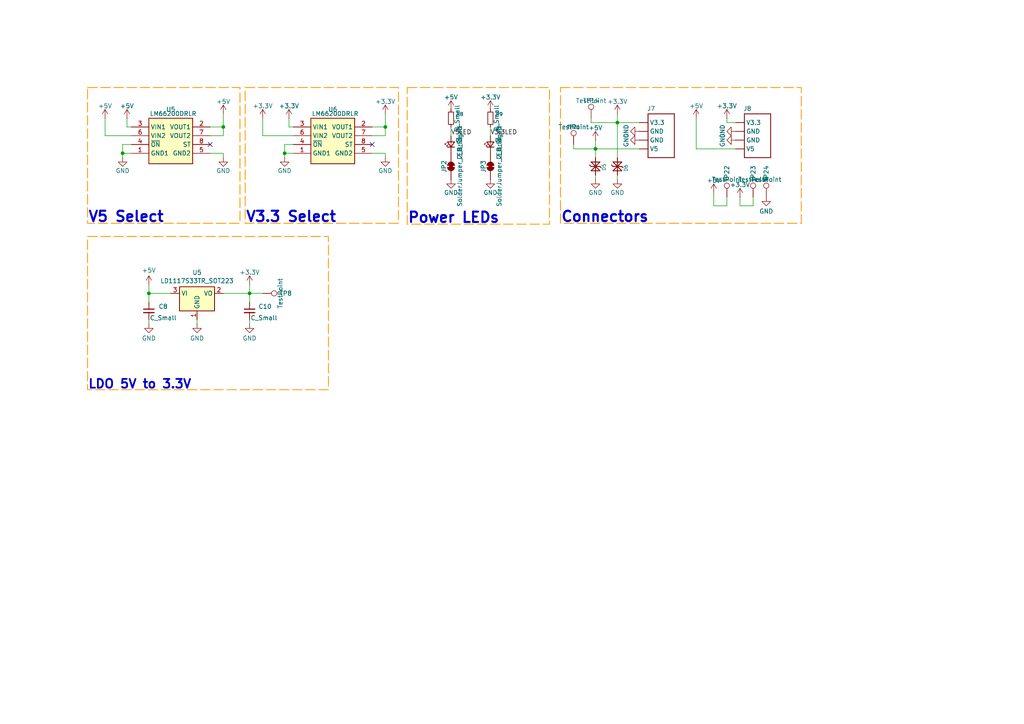
<source format=kicad_sch>
(kicad_sch (version 20250114) (generator "eeschema") (generator_version "9.0")
  (paper "A4")
  (title_block (title "Relay Module") (date "2025-03-22") (rev "1.0") (company "CRG Makes") (comment 1 "Aquarius"))
  (lib_symbols
    (symbol "CRGM Connector:AQ_POWER"
      (property "Reference" "J" (at 0 2.794 0))
      (symbol "AQ_POWER_1_0"
        (polyline (pts (xy 0 2.54) (xy 7.62 2.54)) (stroke (width 0.254)))
        (polyline (pts (xy 0 -10.16) (xy 0 2.54)) (stroke (width 0.254)))
        (polyline (pts (xy 7.62 2.54) (xy 7.62 -10.16)) (stroke (width 0.254)))
        (polyline (pts (xy 7.62 -10.16) (xy 0 -10.16)) (stroke (width 0.254)))
        (pin power_out line (at -2.54 0 0) (length 2.54) (name "V3.3") (number "4"))
        (pin passive line (at -2.54 -2.54 0) (length 2.54) (name "GND") (number "3"))
        (pin passive line (at -2.54 -5.08 0) (length 2.54) (name "GND") (number "2"))
        (pin power_out line (at -2.54 -7.62 0) (length 2.54) (name "V5") (number "1"))
      )
    )
    (symbol "CRGM Passive:PESD3V3S1BL"
      (property "Reference" "D" (at -1.524 1.524 0))
      (symbol "PESD3V3S1BL_1_0"
        (polyline (pts (xy -2.54 0) (xy 2.54 0)) (stroke (width 0.254)))
        (polyline (pts (xy -1.27 1.27) (xy -0.0101 0.0101)) (stroke (width 0.254)))
        (polyline (pts (xy -1.27 -1.27) (xy -1.27 1.27)) (stroke (width 0.254)))
        (polyline (pts (xy -0.3445 -1.6043) (xy -0.3573 -1.6043)) (stroke (width 0.254)))
        (polyline (pts (xy -0.0101 1.2955) (xy -0.0101 -1.27)) (stroke (width 0.254)))
        (polyline (pts (xy -0.0101 1.2955) (xy 0.3778 1.6835)) (stroke (width 0.254)))
        (polyline (pts (xy -0.0101 0.0101) (xy -0.0101 -0.0101)) (stroke (width 0.254)))
        (polyline (pts (xy -0.0101 -0.0101) (xy -1.27 -1.27)) (stroke (width 0.254)))
        (polyline (pts (xy -0.0101 -1.27) (xy -0.3445 -1.6043)) (stroke (width 0.254)))
        (polyline (pts (xy 0.0101 0.0101) (xy 0.0101 -0.0101)) (stroke (width 0.254)))
        (polyline (pts (xy 0.0101 -0.0101) (xy 1.27 -1.27)) (stroke (width 0.254)))
        (polyline (pts (xy 0.3778 1.6835) (xy 0.3981 1.6835)) (stroke (width 0.254)))
        (polyline (pts (xy 1.27 1.27) (xy 0.0101 0.0101)) (stroke (width 0.254)))
        (polyline (pts (xy 1.27 -1.27) (xy 1.27 1.27)) (stroke (width 0.254)))
        (pin passive line (at -2.54 0 0) (length 0) (name "K1") (number "1"))
        (pin passive line (at 2.54 0 180) (length 0) (name "K2") (number "2"))
      )
    )
    (symbol "CRGM Passive:PESD5V5C1BLYL"
      (property "Reference" "D" (at -1.524 1.524 0))
      (symbol "PESD5V5C1BLYL_1_0"
        (polyline (pts (xy -2.54 0) (xy 2.54 0)) (stroke (width 0.254)))
        (polyline (pts (xy -1.27 1.27) (xy -0.0101 0.0101)) (stroke (width 0.254)))
        (polyline (pts (xy -1.27 -1.27) (xy -1.27 1.27)) (stroke (width 0.254)))
        (polyline (pts (xy -0.3445 -1.6043) (xy -0.3573 -1.6043)) (stroke (width 0.254)))
        (polyline (pts (xy -0.0101 1.2955) (xy -0.0101 -1.27)) (stroke (width 0.254)))
        (polyline (pts (xy -0.0101 1.2955) (xy 0.3778 1.6835)) (stroke (width 0.254)))
        (polyline (pts (xy -0.0101 0.0101) (xy -0.0101 -0.0101)) (stroke (width 0.254)))
        (polyline (pts (xy -0.0101 -0.0101) (xy -1.27 -1.27)) (stroke (width 0.254)))
        (polyline (pts (xy -0.0101 -1.27) (xy -0.3445 -1.6043)) (stroke (width 0.254)))
        (polyline (pts (xy 0.0101 0.0101) (xy 0.0101 -0.0101)) (stroke (width 0.254)))
        (polyline (pts (xy 0.0101 -0.0101) (xy 1.27 -1.27)) (stroke (width 0.254)))
        (polyline (pts (xy 0.3778 1.6835) (xy 0.3981 1.6835)) (stroke (width 0.254)))
        (polyline (pts (xy 1.27 1.27) (xy 0.0101 0.0101)) (stroke (width 0.254)))
        (polyline (pts (xy 1.27 -1.27) (xy 1.27 1.27)) (stroke (width 0.254)))
        (pin passive line (at -2.54 0 0) (length 0) (name "K1") (number "1"))
        (pin passive line (at 2.54 0 180) (length 0) (name "K2") (number "2"))
      )
    )
    (symbol "CRGM Power:LM66200DRLR"
      (property "Reference" "U" (at -6.096 10.922 0))
      (property "Value" "LM66200DRLR" (at -6.096 8.382 0))
      (symbol "LM66200DRLR_1_1"
        (rectangle (start -6.35 6.35) (end 6.35 -6.858) (stroke (width 0.254)) (fill (type background)))
        (pin passive line (at -11.43 3.81 0) (length 5.08) (name "VIN1") (number "3"))
        (pin passive line (at -11.43 1.27 0) (length 5.08) (name "VIN2") (number "6"))
        (pin passive line (at -11.43 -1.27 0) (length 5.08) (name "~{ON}") (number "4"))
        (pin passive line (at -11.43 -3.81 0) (length 5.08) (name "GND1") (number "1"))
        (pin power_out line (at 11.43 3.81 180) (length 5.08) (name "VOUT1") (number "2"))
        (pin power_out line (at 11.43 1.27 180) (length 5.08) (name "VOUT2") (number "7"))
        (pin passive line (at 11.43 -1.27 180) (length 5.08) (name "ST") (number "8"))
        (pin passive line (at 11.43 -3.81 180) (length 5.08) (name "GND2") (number "5"))
      )
    )
    (symbol "Connector:TestPoint" (pin_numbers (hide yes)) (pin_names (offset 0.762) (hide yes))
      (property "Reference" "TP" (at 0 6.858 0))
      (property "Value" "TestPoint" (at 0 5.08 0))
      (symbol "TestPoint_0_1"
        (circle (center 0 3.302) (radius 0.762))
      )
      (symbol "TestPoint_1_1"
        (pin passive line (at 0 0 90) (length 2.54) (name "1") (number "1"))
      )
    )
    (symbol "Device:C_Small" (pin_numbers (hide yes)) (pin_names (offset 0.254) (hide yes))
      (property "Reference" "C" (at 0.254 1.778 0))
      (property "Value" "C_Small" (at 0.254 -2.032 0))
      (symbol "C_Small_0_1"
        (polyline (pts (xy -1.524 0.508) (xy 1.524 0.508)) (stroke (width 0.3048)))
        (polyline (pts (xy -1.524 -0.508) (xy 1.524 -0.508)) (stroke (width 0.3302)))
      )
      (symbol "C_Small_1_1"
        (pin passive line (at 0 2.54 270) (length 2.032) (name "~") (number "1"))
        (pin passive line (at 0 -2.54 90) (length 2.032) (name "~") (number "2"))
      )
    )
    (symbol "Device:LED_Small" (pin_numbers (hide yes)) (pin_names (offset 0.254) (hide yes))
      (property "Reference" "D" (at -1.27 3.175 0))
      (property "Value" "LED_Small" (at -4.445 -2.54 0))
      (symbol "LED_Small_0_1"
        (polyline (pts (xy -0.762 -1.016) (xy -0.762 1.016)) (stroke (width 0.254)))
        (polyline (pts (xy 0 0.762) (xy -0.508 1.27) (xy -0.254 1.27) (xy -0.508 1.27) (xy -0.508 1.016)))
        (polyline (pts (xy 0.508 1.27) (xy 0 1.778) (xy 0.254 1.778) (xy 0 1.778) (xy 0 1.524)))
        (polyline (pts (xy 0.762 -1.016) (xy -0.762 0) (xy 0.762 1.016) (xy 0.762 -1.016)) (stroke (width 0.254)))
        (polyline (pts (xy 1.016 0) (xy -0.762 0)))
      )
      (symbol "LED_Small_1_1"
        (pin passive line (at -2.54 0 0) (length 1.778) (name "K") (number "1"))
        (pin passive line (at 2.54 0 180) (length 1.778) (name "A") (number "2"))
      )
    )
    (symbol "Device:R_Small" (pin_numbers (hide yes)) (pin_names (offset 0.254) (hide yes))
      (property "Reference" "R" (at 0 0 90))
      (property "Value" "R_Small" (at 1.778 0 90))
      (symbol "R_Small_0_1"
        (rectangle (start -0.762 1.778) (end 0.762 -1.778) (stroke (width 0.2032)))
      )
      (symbol "R_Small_1_1"
        (pin passive line (at 0 2.54 270) (length 0.762) (name "~") (number "1"))
        (pin passive line (at 0 -2.54 90) (length 0.762) (name "~") (number "2"))
      )
    )
    (symbol "Jumper:SolderJumper_2_Bridged" (pin_numbers (hide yes)) (pin_names (offset 0) (hide yes)) (in_bom no)
      (property "Reference" "JP" (at 0 2.032 0))
      (property "Value" "SolderJumper_2_Bridged" (at 0 -2.54 0))
      (symbol "SolderJumper_2_Bridged_0_1"
        (rectangle (start -0.508 0.508) (end 0.508 -0.508) (fill (type outline)))
        (polyline (pts (xy -0.254 1.016) (xy -0.254 -1.016)))
        (arc (start -0.254 -1.016) (mid -1.2656 0) (end -0.254 1.016))
        (arc (start -0.254 -1.016) (mid -1.2656 0) (end -0.254 1.016) (fill (type outline)))
        (arc (start 0.254 1.016) (mid 1.2656 0) (end 0.254 -1.016))
        (arc (start 0.254 1.016) (mid 1.2656 0) (end 0.254 -1.016) (fill (type outline)))
        (polyline (pts (xy 0.254 1.016) (xy 0.254 -1.016)))
      )
      (symbol "SolderJumper_2_Bridged_1_1"
        (pin passive line (at -3.81 0 0) (length 2.54) (name "A") (number "1"))
        (pin passive line (at 3.81 0 180) (length 2.54) (name "B") (number "2"))
      )
    )
    (symbol "Regulator_Linear:LD1117S33TR_SOT223"
      (property "Reference" "U" (at -3.81 3.175 0))
      (property "Value" "LD1117S33TR_SOT223" (at 0 3.175 0))
      (symbol "LD1117S33TR_SOT223_0_1"
        (rectangle (start -5.08 -5.08) (end 5.08 1.905) (stroke (width 0.254)) (fill (type background)))
      )
      (symbol "LD1117S33TR_SOT223_1_1"
        (pin power_in line (at -7.62 0 0) (length 2.54) (name "VI") (number "3"))
        (pin power_in line (at 0 -7.62 90) (length 2.54) (name "GND") (number "1"))
        (pin power_out line (at 7.62 0 180) (length 2.54) (name "VO") (number "2"))
      )
    )
    (symbol "power:+3.3V" (power) (pin_numbers (hide yes)) (pin_names (offset 0) (hide yes))
      (property "Value" "+3.3V" (at 0 3.556 0))
      (symbol "+3.3V_0_1"
        (polyline (pts (xy -0.762 1.27) (xy 0 2.54)))
        (polyline (pts (xy 0 2.54) (xy 0.762 1.27)))
        (polyline (pts (xy 0 0) (xy 0 2.54)))
      )
      (symbol "+3.3V_1_1"
        (pin power_in line (at 0 0 90) (length 0) (name "~") (number "1"))
      )
    )
    (symbol "power:+5V" (power) (pin_numbers (hide yes)) (pin_names (offset 0) (hide yes))
      (property "Value" "+5V" (at 0 3.556 0))
      (symbol "+5V_0_1"
        (polyline (pts (xy -0.762 1.27) (xy 0 2.54)))
        (polyline (pts (xy 0 2.54) (xy 0.762 1.27)))
        (polyline (pts (xy 0 0) (xy 0 2.54)))
      )
      (symbol "+5V_1_1"
        (pin power_in line (at 0 0 90) (length 0) (name "~") (number "1"))
      )
    )
    (symbol "power:GND" (power) (pin_numbers (hide yes)) (pin_names (offset 0) (hide yes))
      (property "Value" "GND" (at 0 -3.81 0))
      (symbol "GND_0_1"
        (polyline (pts (xy 0 0) (xy 0 -1.27) (xy 1.27 -1.27) (xy 0 -2.54) (xy -1.27 -1.27) (xy 0 -1.27)))
      )
      (symbol "GND_1_1"
        (pin power_in line (at 0 0 270) (length 0) (name "~") (number "1"))
      )
    )
  )
  (rectangle (start 118.11 25.4) (end 159.385 65.024) (stroke (width 0.254) (type dash) (color 255 153 0 1)))
  (rectangle (start 162.56 25.4) (end 232.41 64.77) (stroke (width 0.254) (type dash) (color 255 153 0 1)))
  (rectangle (start 25.4 68.58) (end 95.25 113.03) (stroke (width 0.254) (type dash) (color 255 153 0 1)))
  (rectangle (start 71.12 25.4) (end 115.57 64.77) (stroke (width 0.254) (type dash) (color 255 153 0 1)))
  (rectangle (start 25.4 25.4) (end 69.596 64.77) (stroke (width 0.254) (type dash) (color 255 153 0 1)))
  (text "Connectors" (at 162.56 64.77 0) (effects (font (size 3 3) (thickness 0.6) (bold yes)) (justify left bottom)))
  (text "Power LEDs" (at 118.11 65.024 0) (effects (font (size 3 3) (thickness 0.6) (bold yes)) (justify left bottom)))
  (text "V3.3 Select" (at 71.12 64.77 0) (effects (font (size 3 3) (thickness 0.6) (bold yes)) (justify left bottom)))
  (text "V5 Select" (at 25.4 64.77 0) (effects (font (size 3 3) (thickness 0.6) (bold yes)) (justify left bottom)))
  (text "LDO 5V to 3.3V" (at 25.4 113.03 0) (effects (font (size 2.54 2.54) (thickness 0.508) (bold yes)) (justify left bottom)))
  (junction (at 35.56 44.45))
  (junction (at 179.07 35.56))
  (junction (at 43.18 85.09))
  (junction (at 111.76 36.83))
  (junction (at 82.55 44.45))
  (junction (at 172.72 43.18))
  (junction (at 64.77 36.83))
  (junction (at 72.39 85.09))
  (no_connect (at 107.95 41.91))
  (no_connect (at 60.96 41.91))
  (wire (pts (xy 85.09 36.83) (xy 83.82 36.83)))
  (wire (pts (xy 72.39 92.71) (xy 72.39 93.98)))
  (wire (pts (xy 64.77 39.37) (xy 64.77 36.83)))
  (wire (pts (xy 111.76 44.45) (xy 111.76 45.72)))
  (wire (pts (xy 172.72 50.8) (xy 172.72 52.07)))
  (wire (pts (xy 210.82 59.69) (xy 210.82 57.15)))
  (wire (pts (xy 60.96 44.45) (xy 64.77 44.45)))
  (wire (pts (xy 43.18 85.09) (xy 43.18 82.55)))
  (wire (pts (xy 60.96 36.83) (xy 64.77 36.83)))
  (wire (pts (xy 57.15 92.71) (xy 57.15 93.98)))
  (wire (pts (xy 111.76 39.37) (xy 111.76 36.83)))
  (wire (pts (xy 38.1 36.83) (xy 36.83 36.83)))
  (wire (pts (xy 179.07 52.07) (xy 179.07 50.8)))
  (wire (pts (xy 107.95 36.83) (xy 111.76 36.83)))
  (wire (pts (xy 64.77 33.02) (xy 64.77 36.83)))
  (wire (pts (xy 107.95 44.45) (xy 111.76 44.45)))
  (wire (pts (xy 179.07 35.56) (xy 179.07 45.72)))
  (wire (pts (xy 38.1 39.37) (xy 30.48 39.37)))
  (wire (pts (xy 207.01 59.69) (xy 207.01 55.88)))
  (wire (pts (xy 85.09 44.45) (xy 82.55 44.45)))
  (wire (pts (xy 171.45 34.29) (xy 171.45 35.56)))
  (wire (pts (xy 172.72 43.18) (xy 185.42 43.18)))
  (wire (pts (xy 85.09 39.37) (xy 76.2 39.37)))
  (wire (pts (xy 214.63 57.15) (xy 214.63 59.69)))
  (wire (pts (xy 82.55 41.91) (xy 82.55 44.45)))
  (wire (pts (xy 179.07 35.56) (xy 179.07 33.02)))
  (wire (pts (xy 166.37 41.91) (xy 166.37 43.18)))
  (wire (pts (xy 210.82 35.56) (xy 210.82 34.29)))
  (wire (pts (xy 60.96 39.37) (xy 64.77 39.37)))
  (wire (pts (xy 43.18 85.09) (xy 43.18 87.63)))
  (wire (pts (xy 38.1 44.45) (xy 35.56 44.45)))
  (wire (pts (xy 111.76 33.02) (xy 111.76 36.83)))
  (wire (pts (xy 207.01 59.69) (xy 210.82 59.69)))
  (wire (pts (xy 213.36 43.18) (xy 201.93 43.18)))
  (wire (pts (xy 201.93 43.18) (xy 201.93 34.29)))
  (wire (pts (xy 30.48 39.37) (xy 30.48 34.29)))
  (wire (pts (xy 72.39 82.55) (xy 72.39 85.09)))
  (wire (pts (xy 172.72 43.18) (xy 172.72 45.72)))
  (wire (pts (xy 72.39 85.09) (xy 76.2 85.09)))
  (wire (pts (xy 35.56 41.91) (xy 35.56 44.45)))
  (wire (pts (xy 172.72 40.64) (xy 172.72 43.18)))
  (wire (pts (xy 43.18 85.09) (xy 49.53 85.09)))
  (wire (pts (xy 64.77 85.09) (xy 72.39 85.09)))
  (wire (pts (xy 76.2 39.37) (xy 76.2 34.29)))
  (wire (pts (xy 130.81 36.83) (xy 130.81 39.37)))
  (wire (pts (xy 218.44 57.15) (xy 218.44 59.69)))
  (wire (pts (xy 36.83 36.83) (xy 36.83 34.29)))
  (wire (pts (xy 142.24 36.83) (xy 142.24 39.37)))
  (wire (pts (xy 82.55 44.45) (xy 82.55 45.72)))
  (wire (pts (xy 85.09 41.91) (xy 82.55 41.91)))
  (wire (pts (xy 218.44 59.69) (xy 214.63 59.69)))
  (wire (pts (xy 166.37 43.18) (xy 172.72 43.18)))
  (wire (pts (xy 38.1 41.91) (xy 35.56 41.91)))
  (wire (pts (xy 35.56 44.45) (xy 35.56 45.72)))
  (wire (pts (xy 171.45 35.56) (xy 179.07 35.56)))
  (wire (pts (xy 83.82 36.83) (xy 83.82 34.29)))
  (wire (pts (xy 107.95 39.37) (xy 111.76 39.37)))
  (wire (pts (xy 64.77 44.45) (xy 64.77 45.72)))
  (wire (pts (xy 72.39 85.09) (xy 72.39 87.63)))
  (wire (pts (xy 213.36 35.56) (xy 210.82 35.56)))
  (wire (pts (xy 43.18 92.71) (xy 43.18 93.98)))
  (wire (pts (xy 179.07 35.56) (xy 185.42 35.56)))
  (label "V5LED" (at 130.81 39.37 0))
  (label "V3.3LED" (at 142.24 39.37 0))
  (symbol (lib_id "power:GND") (at 142.24 52.07 0) (unit 1)
    (property "Reference" "#PWR071" (effects (hide yes)))
    (property "Value" "GND" (at 142.24 55.88 0))
    (property "Description" "Power symbol creates a global label with name \"GND\" , ground" (effects (hide yes)))
  )
  (symbol (lib_id "power:GND") (at 64.77 45.72 0) (unit 1)
    (property "Reference" "#PWR067" (effects (hide yes)))
    (property "Value" "GND" (at 64.77 49.53 0))
    (property "Description" "Power symbol creates a global label with name \"GND\" , ground" (effects (hide yes)))
  )
  (symbol (lib_id "power:GND") (at 57.15 93.98 0) (unit 1)
    (property "Reference" "#PWR075" (effects (hide yes)))
    (property "Value" "GND" (at 57.15 98.1131 0))
    (property "Description" "Power symbol creates a global label with name \"GND\" , ground" (effects (hide yes)))
    (instances (project "power-module" (path "" (reference "#PWR030") (unit 1)) (path "" (reference "#PWR075") (unit 1))))
  )
  (symbol (lib_id "Device:R_Small") (at 142.24 34.29 0) (unit 1)
    (property "Reference" "R9" (at 143.7386 33.1216 0) (effects (font (size 1 1)) (justify left)))
    (property "Value" "R_Small" (at 144.018 34.29 90))
    (property "Description" "Resistor, small symbol" (effects (hide yes)))
  )
  (symbol (lib_id "power:+3.3V") (at 72.39 82.55 0) (unit 1)
    (property "Reference" "#PWR073" (effects (hide yes)))
    (property "Value" "+3.3V" (at 72.39 78.994 0))
    (property "Description" "Power symbol creates a global label with name \"+3.3V\"" (effects (hide yes)))
  )
  (symbol (lib_id "Connector:TestPoint") (at 76.2 85.09 270) (unit 1)
    (property "Reference" "TP25" (at 81.026 85.09 90) (effects (justify left)))
    (property "Value" "TestPoint" (at 81.28 85.09 0))
    (property "Description" "test point" (effects (hide yes)))
    (instances (project "power-module" (path "" (reference "TP8") (unit 1)) (path "" (reference "TP25") (unit 1))))
  )
  (symbol (lib_id "power:GND") (at 222.25 57.15 0) (unit 1)
    (property "Reference" "#PWR056" (effects (hide yes)))
    (property "Value" "GND" (at 222.25 61.2831 0))
    (property "Description" "Power symbol creates a global label with name \"GND\" , ground" (effects (hide yes)))
  )
  (symbol (lib_id "CRGM Passive:PESD5V5C1BLYL") (at 172.72 48.26 90) (unit 1)
    (property "Reference" "D5" (at 175.768 49.53 0) (effects (font (size 1 1) (thickness 0.125)) (justify left bottom)))
    (property "Value" "PESD5V5C1BL" (effects (hide yes)))
    (property "Footprint" "CRGM Passive:DFN1006-2" (effects (hide yes)))
    (property "Datasheet" "https://assets.nexperia.com/documents/data-sheet/PESD5V5C1BL.pdf" (effects (hide yes)))
    (property "Description" "TVS DIODE Vrwm=5.5v Vcl=5.4v Ippm=6.5A DFN10062" (effects (hide yes)))
    (property "LCSC" "C2827636" (effects (hide yes)))
    (property "Mouser" "771-PESD5V5C1BLYL" (effects (hide yes)))
    (property "Digikey" "1727-PESD5V5C1BLYLTR-ND" (effects (hide yes)))
    (property "MN" "Nexperia" (effects (hide yes)))
    (property "MPN" "PESD5V5C1BLYL" (effects (hide yes)))
  )
  (symbol (lib_id "power:+5V") (at 201.93 34.29 0) (unit 1)
    (property "Reference" "#PWR039" (effects (hide yes)))
    (property "Value" "+5V" (at 201.93 30.734 0))
    (property "Description" "Power symbol creates a global label with name \"+5V\"" (effects (hide yes)))
  )
  (symbol (lib_id "Jumper:SolderJumper_2_Bridged") (at 130.81 48.26 90) (unit 1) (in_bom no)
    (property "Reference" "JP2" (at 128.778 48.26 0))
    (property "Value" "SolderJumper_2_Bridged" (at 133.35 48.26 0))
    (property "Description" "Solder Jumper, 2-pole, closed/bridged" (effects (hide yes)))
  )
  (symbol (lib_id "power:GND") (at 111.76 45.72 0) (unit 1)
    (property "Reference" "#PWR069" (effects (hide yes)))
    (property "Value" "GND" (at 111.76 49.53 0))
    (property "Description" "Power symbol creates a global label with name \"GND\" , ground" (effects (hide yes)))
  )
  (symbol (lib_id "CRGM Passive:PESD3V3S1BL") (at 179.07 48.26 90) (unit 1)
    (property "Reference" "D6" (at 182.118 49.784 0) (effects (font (size 1 1) (thickness 0.125)) (justify left bottom)))
    (property "Value" "PESD3V3S1BL" (effects (hide yes)))
    (property "Footprint" "CRGM Passive:DFN1006-2" (effects (hide yes)))
    (property "Datasheet" "https://www.nexperia.com/product/PESD3V3S1BL" (effects (hide yes)))
    (property "Description" "PESD3V3S1BL - Low capacitance bidirectional ESD protection diode\nVrwm=3.3v\nSource: https://assets.nexperia.com/documents/data-sheet/PESD3V3S1BL.pdf  Datasheet\nJLCPCB - C552521  Alternate https://jlcpcb.com/partdetail/DiodesIncorporated-DESD3V3S1BL7B/C500765 DESD3V3S1BL\nJLCPCB - C500765\nhttps://jlcpcb.com/partdetail/Fuxinsemi-LESD8D33CAT5G/C5563754 LESD8D3.3CAT5G\nJLCPCB - C5563754" (effects (hide yes)))
    (property "LCSC" "C5563754" (effects (hide yes)))
    (property "Digikey" "1727-PESD3V3S1BLYLTR-ND" (effects (hide yes)))
    (property "Mouser" "621-DESD3V3S1BL-7B" (effects (hide yes)))
  )
  (symbol (lib_id "power:+3.3V") (at 210.82 34.29 0) (unit 1)
    (property "Reference" "#PWR040" (effects (hide yes)))
    (property "Value" "+3.3V" (at 210.82 30.734 0))
    (property "Description" "Power symbol creates a global label with name \"+3.3V\"" (effects (hide yes)))
  )
  (symbol (lib_id "power:+3.3V") (at 83.82 34.29 0) (unit 1)
    (property "Reference" "#PWR065" (effects (hide yes)))
    (property "Value" "+3.3V" (at 83.82 30.734 0))
    (property "Description" "Power symbol creates a global label with name \"+3.3V\"" (effects (hide yes)))
  )
  (symbol (lib_id "Connector:TestPoint") (at 222.25 57.15 0) (unit 1)
    (property "Reference" "TP24" (at 222.25 52.832 90) (effects (justify left)))
    (property "Value" "TestPoint" (at 222.25 52.07 0))
    (property "Description" "test point" (effects (hide yes)))
  )
  (symbol (lib_id "power:GND") (at 172.72 52.07 0) (unit 1)
    (property "Reference" "#PWR050" (effects (hide yes)))
    (property "Value" "GND" (at 172.72 55.88 0))
    (property "Description" "Power symbol creates a global label with name \"GND\" , ground" (effects (hide yes)))
  )
  (symbol (lib_id "power:GND") (at 213.36 40.64 270) (unit 1)
    (property "Reference" "#PWR048" (effects (hide yes)))
    (property "Value" "GND" (at 209.55 40.64 0))
    (property "Description" "Power symbol creates a global label with name \"GND\" , ground" (effects (hide yes)))
  )
  (symbol (lib_id "Connector:TestPoint") (at 171.45 34.29 0) (unit 1)
    (property "Reference" "TP14" (at 171.45 29.21 0))
    (property "Value" "TestPoint" (at 171.45 29.21 0))
    (property "Description" "test point" (effects (hide yes)))
  )
  (symbol (lib_id "power:+5V") (at 64.77 33.02 0) (unit 1)
    (property "Reference" "#PWR060" (effects (hide yes)))
    (property "Value" "+5V" (at 64.77 29.464 0))
    (property "Description" "Power symbol creates a global label with name \"+5V\"" (effects (hide yes)))
  )
  (symbol (lib_id "Device:C_Small") (at 43.18 90.17 0) (unit 1)
    (property "Reference" "C7" (at 45.974 88.9 0) (effects (justify left)))
    (property "Value" "C_Small" (at 43.434 92.202 0) (effects (justify left)))
    (property "Description" "Unpolarized capacitor, small symbol" (effects (hide yes)))
    (instances (project "power-module" (path "" (reference "C8") (unit 1)) (path "" (reference "C7") (unit 1))))
  )
  (symbol (lib_id "power:GND") (at 179.07 52.07 0) (unit 1)
    (property "Reference" "#PWR051" (effects (hide yes)))
    (property "Value" "GND" (at 179.07 55.88 0))
    (property "Description" "Power symbol creates a global label with name \"GND\" , ground" (effects (hide yes)))
  )
  (symbol (lib_id "power:+3.3V") (at 76.2 34.29 0) (unit 1)
    (property "Reference" "#PWR064" (effects (hide yes)))
    (property "Value" "+3.3V" (at 76.2 30.734 0))
    (property "Description" "Power symbol creates a global label with name \"+3.3V\"" (effects (hide yes)))
  )
  (symbol (lib_id "power:+5V") (at 130.81 31.75 0) (unit 1)
    (property "Reference" "#PWR058" (effects (hide yes)))
    (property "Value" "+5V" (at 130.81 28.194 0))
    (property "Description" "Power symbol creates a global label with name \"+5V\"" (effects (hide yes)))
  )
  (symbol (lib_id "power:+5V") (at 36.83 34.29 0) (unit 1)
    (property "Reference" "#PWR063" (effects (hide yes)))
    (property "Value" "+5V" (at 36.83 30.734 0))
    (property "Description" "Power symbol creates a global label with name \"+5V\"" (effects (hide yes)))
  )
  (symbol (lib_id "Connector:TestPoint") (at 218.44 57.15 0) (unit 1)
    (property "Reference" "TP23" (at 218.44 52.832 90) (effects (justify left)))
    (property "Value" "TestPoint" (at 218.44 52.07 0))
    (property "Description" "test point" (effects (hide yes)))
  )
  (symbol (lib_id "Device:LED_Small") (at 142.24 41.91 90) (unit 1)
    (property "Reference" "D8" (at 143.51 40.64 90) (effects (font (size 1 1)) (justify right)))
    (property "Value" "LED_Small" (at 144.78 46.355 0) (effects (justify left)))
    (property "Description" "Light emitting diode, small symbol" (effects (hide yes)))
    (property "Sim.Pin" "1=K 2=A" (effects (hide yes)))
  )
  (symbol (lib_id "Connector:TestPoint") (at 210.82 57.15 0) (unit 1)
    (property "Reference" "TP22" (at 210.82 52.832 90) (effects (justify left)))
    (property "Value" "TestPoint" (at 210.82 52.07 0))
    (property "Description" "test point" (effects (hide yes)))
  )
  (symbol (lib_id "Device:C_Small") (at 72.39 90.17 0) (unit 1)
    (property "Reference" "C8" (at 74.93 88.9 0) (effects (justify left)))
    (property "Value" "C_Small" (at 72.644 92.202 0) (effects (justify left)))
    (property "Description" "Unpolarized capacitor, small symbol" (effects (hide yes)))
    (instances (project "power-module" (path "" (reference "C10") (unit 1)) (path "" (reference "C8") (unit 1))))
  )
  (symbol (lib_id "Connector:TestPoint") (at 166.37 41.91 0) (unit 1)
    (property "Reference" "TP21" (at 166.37 36.83 0) (effects (font (size 1 1))))
    (property "Value" "TestPoint" (at 166.37 36.83 0))
    (property "Description" "test point" (effects (hide yes)))
  )
  (symbol (lib_id "power:+3.3V") (at 179.07 33.02 0) (unit 1)
    (property "Reference" "#PWR038" (effects (hide yes)))
    (property "Value" "+3.3V" (at 179.07 29.464 0))
    (property "Description" "Power symbol creates a global label with name \"+3.3V\"" (effects (hide yes)))
  )
  (symbol (lib_id "Regulator_Linear:LD1117S33TR_SOT223") (at 57.15 85.09 0) (unit 1)
    (property "Reference" "U7" (at 57.15 79.0405 0))
    (property "Value" "LD1117S33TR_SOT223" (at 46.4859 81.4648 0) (effects (justify left)))
    (property "Footprint" "Package_TO_SOT_SMD:SOT-223-3_TabPin2" (effects (hide yes)))
    (property "Datasheet" "http://www.st.com/st-web-ui/static/active/en/resource/technical/document/datasheet/CD00000544.pdf" (effects (hide yes)))
    (property "Description" "800mA Fixed Low Drop Positive Voltage Regulator, Fixed Output 3.3V, SOT-223" (effects (hide yes)))
    (instances (project "power-module" (path "" (reference "U5") (unit 1)) (path "" (reference "U7") (unit 1))))
  )
  (symbol (lib_id "power:+3.3V") (at 214.63 57.15 0) (unit 1)
    (property "Reference" "#PWR055" (effects (hide yes)))
    (property "Value" "+3.3V" (at 214.63 53.594 0))
    (property "Description" "Power symbol creates a global label with name \"+3.3V\"" (effects (hide yes)))
  )
  (symbol (lib_id "power:GND") (at 213.36 38.1 270) (unit 1)
    (property "Reference" "#PWR044" (effects (hide yes)))
    (property "Value" "GND" (at 209.55 38.1 0))
    (property "Description" "Power symbol creates a global label with name \"GND\" , ground" (effects (hide yes)))
  )
  (symbol (lib_id "Device:R_Small") (at 130.81 34.29 0) (unit 1)
    (property "Reference" "R8" (at 132.3086 33.1216 0) (effects (font (size 1 1)) (justify left)))
    (property "Value" "R_Small" (at 132.588 34.29 90))
    (property "Description" "Resistor, small symbol" (effects (hide yes)))
  )
  (symbol (lib_id "power:+3.3V") (at 111.76 33.02 0) (unit 1)
    (property "Reference" "#PWR061" (effects (hide yes)))
    (property "Value" "+3.3V" (at 111.76 29.464 0))
    (property "Description" "Power symbol creates a global label with name \"+3.3V\"" (effects (hide yes)))
  )
  (symbol (lib_id "power:GND") (at 72.39 93.98 0) (unit 1)
    (property "Reference" "#PWR076" (effects (hide yes)))
    (property "Value" "GND" (at 72.39 98.1131 0))
    (property "Description" "Power symbol creates a global label with name \"GND\" , ground" (effects (hide yes)))
    (instances (project "power-module" (path "" (reference "#PWR029") (unit 1)) (path "" (reference "#PWR076") (unit 1))))
  )
  (symbol (lib_id "CRGM Connector:AQ_POWER") (at 187.96 35.56 0) (unit 1)
    (property "Reference" "J7" (at 187.706 31.496 0) (effects (font (thickness 0.125)) (justify left)))
    (property "Footprint" "CRGM Connector:SM04B-SRSS-TB" (effects (hide yes)))
    (property "Datasheet" "https://www.jst-mfg.com/product/pdf/eng/eSH.pdf" (effects (hide yes)))
    (property "Description" "4 Position, 1mm pitch" (effects (hide yes)))
    (property "MN" "JST" (effects (hide yes)))
    (property "MPN" "SM04B-SRSS-TBT(LF)(SN)" (effects (hide yes)))
    (property "LCSC" "C2763614" (effects (hide yes)))
    (property "Mouser" "306-SM04BSRSSTBTLFSN" (effects (hide yes)))
    (property "Digikey" "455-SM04B-SRSS-TBTR-ND" (effects (hide yes)))
  )
  (symbol (lib_id "power:+5V") (at 30.48 34.29 0) (unit 1)
    (property "Reference" "#PWR062" (effects (hide yes)))
    (property "Value" "+5V" (at 30.48 30.734 0))
    (property "Description" "Power symbol creates a global label with name \"+5V\"" (effects (hide yes)))
  )
  (symbol (lib_id "power:+5V") (at 207.01 55.88 0) (unit 1)
    (property "Reference" "#PWR053" (effects (hide yes)))
    (property "Value" "+5V" (at 207.01 52.324 0))
    (property "Description" "Power symbol creates a global label with name \"+5V\"" (effects (hide yes)))
  )
  (symbol (lib_id "power:GND") (at 185.42 40.64 270) (unit 1)
    (property "Reference" "#PWR047" (effects (hide yes)))
    (property "Value" "GND" (at 181.61 40.64 0))
    (property "Description" "Power symbol creates a global label with name \"GND\" , ground" (effects (hide yes)))
  )
  (symbol (lib_id "Device:LED_Small") (at 130.81 41.91 90) (unit 1)
    (property "Reference" "D7" (at 132.08 40.64 90) (effects (font (size 1 1)) (justify right)))
    (property "Value" "LED_Small" (at 133.35 46.355 0) (effects (justify left)))
    (property "Description" "Light emitting diode, small symbol" (effects (hide yes)))
    (property "Sim.Pin" "1=K 2=A" (effects (hide yes)))
  )
  (symbol (lib_id "CRGM Connector:AQ_POWER") (at 215.9 35.56 0) (unit 1)
    (property "Reference" "J8" (at 215.646 31.496 0) (effects (font (thickness 0.125)) (justify left)))
    (property "Footprint" "CRGM Connector:SM04B-SRSS-TB" (effects (hide yes)))
    (property "Datasheet" "https://www.jst-mfg.com/product/pdf/eng/eSH.pdf" (effects (hide yes)))
    (property "Description" "4 Position, 1mm pitch" (effects (hide yes)))
    (property "MN" "JST" (effects (hide yes)))
    (property "MPN" "SM04B-SRSS-TBT(LF)(SN)" (effects (hide yes)))
    (property "LCSC" "C2763614" (effects (hide yes)))
    (property "Mouser" "306-SM04BSRSSTBTLFSN" (effects (hide yes)))
    (property "Digikey" "455-SM04B-SRSS-TBTR-ND" (effects (hide yes)))
  )
  (symbol (lib_id "power:GND") (at 43.18 93.98 0) (unit 1)
    (property "Reference" "#PWR074" (effects (hide yes)))
    (property "Value" "GND" (at 43.18 98.1131 0))
    (property "Description" "Power symbol creates a global label with name \"GND\" , ground" (effects (hide yes)))
    (instances (project "power-module" (path "" (reference "#PWR032") (unit 1)) (path "" (reference "#PWR074") (unit 1))))
  )
  (symbol (lib_id "power:+3.3V") (at 142.24 31.75 0) (unit 1)
    (property "Reference" "#PWR059" (effects (hide yes)))
    (property "Value" "+3.3V" (at 142.24 28.194 0))
    (property "Description" "Power symbol creates a global label with name \"+3.3V\"" (effects (hide yes)))
  )
  (symbol (lib_id "CRGM Power:LM66200DRLR") (at 96.52 40.64 0) (unit 1)
    (property "Reference" "U6" (at 96.52 31.75 0))
    (property "Value" "LM66200DRLR" (at 90.424 32.258 0) (effects (justify left top)))
    (property "Footprint" "CRGM Power:SOTFL50P160X60-8N" (effects (hide yes)))
    (property "Datasheet" "https://www.ti.com/lit/gpn/lm66200" (effects (hide yes)))
    (property "Description" "1.6-V to 5.5-V, 40-m, 2.5-A, low-IQ, dual ideal diode" (effects (hide yes)))
    (property "MN" "Texas Instruments" (effects (hide yes)))
    (property "MPN" "LM66200DRLR" (effects (hide yes)))
    (property "Mouser" "595-LM66200DRLR" (effects (hide yes)))
    (property "Digikey" "296-LM66200DRLRTR-ND" (effects (hide yes)))
    (property "LCSC" "C3235556" (effects (hide yes)))
    (property "Height" "0.6" (effects (hide yes)))
  )
  (symbol (lib_id "power:+5V") (at 172.72 40.64 0) (unit 1)
    (property "Reference" "#PWR046" (effects (hide yes)))
    (property "Value" "+5V" (at 172.72 37.084 0))
    (property "Description" "Power symbol creates a global label with name \"+5V\"" (effects (hide yes)))
  )
  (symbol (lib_id "CRGM Power:LM66200DRLR") (at 49.53 40.64 0) (unit 1)
    (property "Reference" "U5" (at 49.53 31.75 0))
    (property "Value" "LM66200DRLR" (at 43.434 32.258 0) (effects (justify left top)))
    (property "Footprint" "CRGM Power:SOTFL50P160X60-8N" (effects (hide yes)))
    (property "Datasheet" "https://www.ti.com/lit/gpn/lm66200" (effects (hide yes)))
    (property "Description" "1.6-V to 5.5-V, 40-m, 2.5-A, low-IQ, dual ideal diode" (effects (hide yes)))
    (property "MN" "Texas Instruments" (effects (hide yes)))
    (property "MPN" "LM66200DRLR" (effects (hide yes)))
    (property "Mouser" "595-LM66200DRLR" (effects (hide yes)))
    (property "Digikey" "296-LM66200DRLRTR-ND" (effects (hide yes)))
    (property "LCSC" "C3235556" (effects (hide yes)))
    (property "Height" "0.6" (effects (hide yes)))
  )
  (symbol (lib_id "Jumper:SolderJumper_2_Bridged") (at 142.24 48.26 90) (unit 1) (in_bom no)
    (property "Reference" "JP3" (at 140.208 48.26 0))
    (property "Value" "SolderJumper_2_Bridged" (at 144.78 48.26 0))
    (property "Description" "Solder Jumper, 2-pole, closed/bridged" (effects (hide yes)))
  )
  (symbol (lib_id "power:GND") (at 35.56 45.72 0) (unit 1)
    (property "Reference" "#PWR066" (effects (hide yes)))
    (property "Value" "GND" (at 35.56 49.53 0))
    (property "Description" "Power symbol creates a global label with name \"GND\" , ground" (effects (hide yes)))
  )
  (symbol (lib_id "power:GND") (at 130.81 52.07 0) (unit 1)
    (property "Reference" "#PWR070" (effects (hide yes)))
    (property "Value" "GND" (at 130.81 55.88 0))
    (property "Description" "Power symbol creates a global label with name \"GND\" , ground" (effects (hide yes)))
  )
  (symbol (lib_id "power:GND") (at 185.42 38.1 270) (unit 1)
    (property "Reference" "#PWR043" (effects (hide yes)))
    (property "Value" "GND" (at 181.61 38.1 0))
    (property "Description" "Power symbol creates a global label with name \"GND\" , ground" (effects (hide yes)))
  )
  (symbol (lib_id "power:+5V") (at 43.18 82.55 0) (unit 1)
    (property "Reference" "#PWR072" (effects (hide yes)))
    (property "Value" "+5V" (at 43.18 78.4169 0))
    (property "Description" "Power symbol creates a global label with name \"+5V\"" (effects (hide yes)))
    (instances (project "power-module" (path "" (reference "#PWR031") (unit 1)) (path "" (reference "#PWR072") (unit 1))))
  )
  (symbol (lib_id "power:GND") (at 82.55 45.72 0) (unit 1)
    (property "Reference" "#PWR068" (effects (hide yes)))
    (property "Value" "GND" (at 82.55 49.53 0))
    (property "Description" "Power symbol creates a global label with name \"GND\" , ground" (effects (hide yes)))
  )
)
</source>
